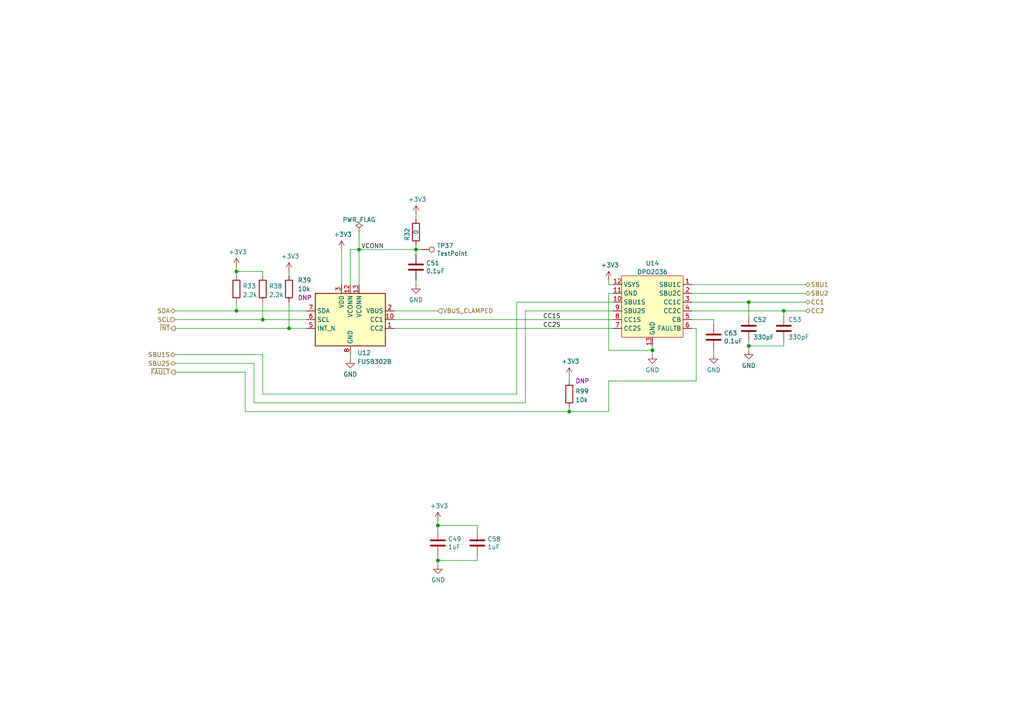
<source format=kicad_sch>
(kicad_sch (version 20230121) (generator eeschema)
  (paper "A4")
  (title_block (title "${TITLE}") (date "${DATE}") (rev "${VERSION}") (company "${COPYRIGHT}") (comment 1 "${LICENSE}"))
  (lib_symbols
    (symbol "Connector:TestPoint" (pin_numbers hide) (pin_names (offset 0.762) hide)
      (property "Reference" "TP" (at 0 6.858 0))
      (property "Value" "TestPoint" (at 0 5.08 0))
      (symbol "TestPoint_0_1"
        (circle (center 0 3.302) (radius 0.762))
      )
      (symbol "TestPoint_1_1"
        (pin passive line (at 0 0 90) (length 2.54) (name "1") (number "1"))
      )
    )
    (symbol "Device:C" (pin_numbers hide) (pin_names (offset 0.254))
      (property "Reference" "C" (at 0.635 2.54 0))
      (property "Value" "C" (at 0.635 -2.54 0))
      (symbol "C_0_1"
        (polyline (pts (xy -2.032 -0.762) (xy 2.032 -0.762)) (stroke (width 0.508)))
        (polyline (pts (xy -2.032 0.762) (xy 2.032 0.762)) (stroke (width 0.508)))
      )
      (symbol "C_1_1"
        (pin passive line (at 0 3.81 270) (length 2.794) (name "~") (number "1"))
        (pin passive line (at 0 -3.81 90) (length 2.794) (name "~") (number "2"))
      )
    )
    (symbol "Device:R" (pin_numbers hide) (pin_names (offset 0))
      (property "Reference" "R" (at 2.032 0 90))
      (property "Value" "R" (at 0 0 90))
      (symbol "R_0_1"
        (rectangle (start -1.016 -2.54) (end 1.016 2.54) (stroke (width 0.254)))
      )
      (symbol "R_1_1"
        (pin passive line (at 0 3.81 270) (length 1.27) (name "~") (number "1"))
        (pin passive line (at 0 -3.81 90) (length 1.27) (name "~") (number "2"))
      )
    )
    (symbol "Interface_USB:FUSB302BMPX"
      (property "Reference" "U" (at -10.16 8.89 0))
      (property "Value" "FUSB302BMPX" (at 3.81 8.89 0))
      (symbol "FUSB302BMPX_0_1"
        (rectangle (start -10.16 7.62) (end 10.16 -7.62) (stroke (width 0.254)) (fill (type background)))
      )
      (symbol "FUSB302BMPX_1_1"
        (pin bidirectional line (at 12.7 -2.54 180) (length 2.54) (name "CC2") (number "1"))
        (pin bidirectional line (at 12.7 0 180) (length 2.54) (name "CC1") (number "10"))
        (pin bidirectional line (at 12.7 0 180) (length 2.54) hide (name "CC1") (number "11"))
        (pin power_in line (at 0 10.16 270) (length 2.54) (name "VCONN") (number "12"))
        (pin power_in line (at 2.54 10.16 270) (length 2.54) (name "VCONN") (number "13"))
        (pin bidirectional line (at 12.7 -2.54 180) (length 2.54) hide (name "CC2") (number "14"))
        (pin passive line (at 0 -10.16 90) (length 2.54) hide (name "GND") (number "15"))
        (pin input line (at 12.7 2.54 180) (length 2.54) (name "VBUS") (number "2"))
        (pin power_in line (at -2.54 10.16 270) (length 2.54) (name "VDD") (number "3"))
        (pin passive line (at -2.54 10.16 270) (length 2.54) hide (name "VDD") (number "4"))
        (pin open_collector line (at -12.7 -2.54 0) (length 2.54) (name "INT_N") (number "5"))
        (pin input line (at -12.7 0 0) (length 2.54) (name "SCL") (number "6"))
        (pin bidirectional line (at -12.7 2.54 0) (length 2.54) (name "SDA") (number "7"))
        (pin power_in line (at 0 -10.16 90) (length 2.54) (name "GND") (number "8"))
        (pin passive line (at 0 -10.16 90) (length 2.54) hide (name "GND") (number "9"))
      )
    )
    (symbol "power:+3V3" (power) (pin_names (offset 0))
      (property "Value" "+3V3" (at 0 3.556 0))
      (symbol "+3V3_0_1"
        (polyline (pts (xy -0.762 1.27) (xy 0 2.54)))
        (polyline (pts (xy 0 0) (xy 0 2.54)))
        (polyline (pts (xy 0 2.54) (xy 0.762 1.27)))
      )
      (symbol "+3V3_1_1"
        (pin power_in line (at 0 0 90) (length 0) hide (name "+3V3") (number "1"))
      )
    )
    (symbol "power:GND" (power) (pin_names (offset 0))
      (property "Value" "GND" (at 0 -3.81 0))
      (symbol "GND_0_1"
        (polyline (pts (xy 0 0) (xy 0 -1.27) (xy 1.27 -1.27) (xy 0 -2.54) (xy -1.27 -1.27) (xy 0 -1.27)))
      )
      (symbol "GND_1_1"
        (pin power_in line (at 0 0 270) (length 0) hide (name "GND") (number "1"))
      )
    )
    (symbol "power:PWR_FLAG" (power) (pin_numbers hide) (pin_names (offset 0) hide)
      (property "Value" "PWR_FLAG" (at 0 3.81 0))
      (symbol "PWR_FLAG_0_0"
        (pin power_out line (at 0 0 90) (length 0) (name "pwr") (number "1"))
      )
      (symbol "PWR_FLAG_0_1"
        (polyline (pts (xy 0 0) (xy 0 1.27) (xy -1.016 1.905) (xy 0 2.54) (xy 1.016 1.905) (xy 0 1.27)))
      )
    )
    (symbol "usb:DPO2036"
      (property "Reference" "U" (at 0 12.7 0))
      (property "Value" "DPO2036" (at 0 10.16 0))
      (symbol "DPO2036_0_1"
        (rectangle (start -8.89 8.89) (end 8.89 -8.89) (stroke (width 0.1524)) (fill (type background)))
      )
      (symbol "DPO2036_1_1"
        (pin bidirectional line (at -11.43 6.35 0) (length 2.54) (name "SBU1C") (number "1"))
        (pin bidirectional line (at 11.43 1.27 180) (length 2.54) (name "SBU1S") (number "10"))
        (pin power_in line (at 11.43 3.81 180) (length 2.54) (name "GND") (number "11"))
        (pin power_in line (at 11.43 6.35 180) (length 2.54) (name "VSYS") (number "12"))
        (pin power_in line (at 0 -11.43 90) (length 2.54) (name "GND") (number "13"))
        (pin bidirectional line (at -11.43 3.81 0) (length 2.54) (name "SBU2C") (number "2"))
        (pin bidirectional line (at -11.43 1.27 0) (length 2.54) (name "CC1C") (number "3"))
        (pin bidirectional line (at -11.43 -1.27 0) (length 2.54) (name "CC2C") (number "4"))
        (pin passive line (at -11.43 -3.81 0) (length 2.54) (name "CB") (number "5"))
        (pin open_collector line (at -11.43 -6.35 0) (length 2.54) (name "FAULTB") (number "6"))
        (pin bidirectional line (at 11.43 -6.35 180) (length 2.54) (name "CC2S") (number "7"))
        (pin bidirectional line (at 11.43 -3.81 180) (length 2.54) (name "CC1S") (number "8"))
        (pin bidirectional line (at 11.43 -1.27 180) (length 2.54) (name "SBU2S") (number "9"))
      )
    )
  )
  (junction (at 127 152.4))
  (junction (at 217.17 100.33))
  (junction (at 120.65 72.39))
  (junction (at 76.2 92.71))
  (junction (at 127 162.56))
  (junction (at 217.17 87.63))
  (junction (at 83.82 95.25))
  (junction (at 165.1 119.38))
  (junction (at 68.58 78.74))
  (junction (at 189.23 101.6))
  (junction (at 68.58 90.17))
  (junction (at 104.14 72.39))
  (junction (at 227.33 90.17))
  (wire (pts (xy 217.17 99.06) (xy 217.17 100.33)))
  (wire (pts (xy 76.2 92.71) (xy 88.9 92.71)))
  (wire (pts (xy 99.06 72.39) (xy 99.06 82.55)))
  (wire (pts (xy 127 163.83) (xy 127 162.56)))
  (wire (pts (xy 50.8 105.41) (xy 73.66 105.41)))
  (wire (pts (xy 165.1 110.49) (xy 165.1 109.22)))
  (wire (pts (xy 127 162.56) (xy 138.43 162.56)))
  (wire (pts (xy 127 90.17) (xy 114.3 90.17)))
  (wire (pts (xy 189.23 101.6) (xy 189.23 100.33)))
  (wire (pts (xy 200.66 85.09) (xy 233.68 85.09)))
  (wire (pts (xy 83.82 87.63) (xy 83.82 95.25)))
  (wire (pts (xy 50.8 107.95) (xy 71.12 107.95)))
  (wire (pts (xy 217.17 87.63) (xy 233.68 87.63)))
  (wire (pts (xy 127 152.4) (xy 127 151.13)))
  (wire (pts (xy 152.4 116.84) (xy 73.66 116.84)))
  (wire (pts (xy 50.8 90.17) (xy 68.58 90.17)))
  (wire (pts (xy 138.43 152.4) (xy 138.43 153.67)))
  (wire (pts (xy 68.58 87.63) (xy 68.58 90.17)))
  (wire (pts (xy 176.53 85.09) (xy 176.53 101.6)))
  (wire (pts (xy 200.66 92.71) (xy 207.01 92.71)))
  (wire (pts (xy 176.53 110.49) (xy 176.53 119.38)))
  (wire (pts (xy 189.23 101.6) (xy 189.23 102.87)))
  (wire (pts (xy 68.58 77.47) (xy 68.58 78.74)))
  (wire (pts (xy 217.17 91.44) (xy 217.17 87.63)))
  (wire (pts (xy 101.6 82.55) (xy 101.6 72.39)))
  (wire (pts (xy 149.86 87.63) (xy 177.8 87.63)))
  (wire (pts (xy 200.66 90.17) (xy 227.33 90.17)))
  (wire (pts (xy 217.17 100.33) (xy 217.17 101.6)))
  (wire (pts (xy 149.86 114.3) (xy 149.86 87.63)))
  (wire (pts (xy 207.01 101.6) (xy 207.01 102.87)))
  (wire (pts (xy 200.66 95.25) (xy 201.93 95.25)))
  (wire (pts (xy 68.58 90.17) (xy 88.9 90.17)))
  (wire (pts (xy 101.6 104.14) (xy 101.6 102.87)))
  (wire (pts (xy 50.8 95.25) (xy 83.82 95.25)))
  (wire (pts (xy 177.8 85.09) (xy 176.53 85.09)))
  (wire (pts (xy 127 152.4) (xy 138.43 152.4)))
  (wire (pts (xy 68.58 78.74) (xy 76.2 78.74)))
  (wire (pts (xy 177.8 90.17) (xy 152.4 90.17)))
  (wire (pts (xy 176.53 81.28) (xy 176.53 82.55)))
  (wire (pts (xy 165.1 119.38) (xy 71.12 119.38)))
  (wire (pts (xy 101.6 72.39) (xy 104.14 72.39)))
  (wire (pts (xy 201.93 95.25) (xy 201.93 110.49)))
  (wire (pts (xy 217.17 100.33) (xy 227.33 100.33)))
  (wire (pts (xy 76.2 80.01) (xy 76.2 78.74)))
  (wire (pts (xy 104.14 82.55) (xy 104.14 72.39)))
  (wire (pts (xy 127 161.29) (xy 127 162.56)))
  (wire (pts (xy 152.4 90.17) (xy 152.4 116.84)))
  (wire (pts (xy 68.58 78.74) (xy 68.58 80.01)))
  (wire (pts (xy 227.33 100.33) (xy 227.33 99.06)))
  (wire (pts (xy 138.43 162.56) (xy 138.43 161.29)))
  (wire (pts (xy 200.66 82.55) (xy 233.68 82.55)))
  (wire (pts (xy 120.65 71.12) (xy 120.65 72.39)))
  (wire (pts (xy 227.33 90.17) (xy 233.68 90.17)))
  (wire (pts (xy 127 152.4) (xy 127 153.67)))
  (wire (pts (xy 104.14 72.39) (xy 104.14 67.31)))
  (wire (pts (xy 50.8 92.71) (xy 76.2 92.71)))
  (wire (pts (xy 176.53 82.55) (xy 177.8 82.55)))
  (wire (pts (xy 83.82 95.25) (xy 88.9 95.25)))
  (wire (pts (xy 71.12 119.38) (xy 71.12 107.95)))
  (wire (pts (xy 207.01 92.71) (xy 207.01 93.98)))
  (wire (pts (xy 76.2 114.3) (xy 76.2 102.87)))
  (wire (pts (xy 76.2 87.63) (xy 76.2 92.71)))
  (wire (pts (xy 176.53 110.49) (xy 201.93 110.49)))
  (wire (pts (xy 227.33 91.44) (xy 227.33 90.17)))
  (wire (pts (xy 73.66 116.84) (xy 73.66 105.41)))
  (wire (pts (xy 104.14 72.39) (xy 120.65 72.39)))
  (wire (pts (xy 176.53 119.38) (xy 165.1 119.38)))
  (wire (pts (xy 200.66 87.63) (xy 217.17 87.63)))
  (wire (pts (xy 114.3 95.25) (xy 177.8 95.25)))
  (wire (pts (xy 83.82 78.74) (xy 83.82 80.01)))
  (wire (pts (xy 114.3 92.71) (xy 177.8 92.71)))
  (wire (pts (xy 50.8 102.87) (xy 76.2 102.87)))
  (wire (pts (xy 121.92 72.39) (xy 120.65 72.39)))
  (wire (pts (xy 120.65 81.28) (xy 120.65 82.55)))
  (wire (pts (xy 120.65 72.39) (xy 120.65 73.66)))
  (wire (pts (xy 165.1 119.38) (xy 165.1 118.11)))
  (wire (pts (xy 76.2 114.3) (xy 149.86 114.3)))
  (wire (pts (xy 176.53 101.6) (xy 189.23 101.6)))
  (wire (pts (xy 120.65 63.5) (xy 120.65 62.23)))
  (label "VCONN" (at 104.775 72.39 0))
  (label "CC1S" (at 157.48 92.71 0))
  (label "CC2S" (at 157.48 95.25 0))
  (hierarchical_label "CC1" (shape bidirectional) (at 233.68 87.63 0))
  (hierarchical_label "CC2" (shape bidirectional) (at 233.68 90.17 0))
  (hierarchical_label "~{FAULT}" (shape output) (at 50.8 107.95 180))
  (hierarchical_label "SDA" (shape bidirectional) (at 50.8 90.17 180))
  (hierarchical_label "VBUS_CLAMPED" (shape input) (at 127 90.17 0))
  (hierarchical_label "SBU1" (shape bidirectional) (at 233.68 82.55 0))
  (hierarchical_label "SBU2" (shape bidirectional) (at 233.68 85.09 0))
  (hierarchical_label "SBU1S" (shape bidirectional) (at 50.8 102.87 180))
  (hierarchical_label "SBU2S" (shape bidirectional) (at 50.8 105.41 180))
  (hierarchical_label "~{INT}" (shape output) (at 50.8 95.25 180))
  (hierarchical_label "SCL" (shape input) (at 50.8 92.71 180))
  (symbol (lib_id "Device:C") (at 217.17 95.25 0) (unit 1)
    (property "Reference" "C52" (at 218.44 92.71 0) (effects (justify left)))
    (property "Value" "330pF" (at 218.44 97.79 0) (effects (justify left)))
    (property "Footprint" "Capacitor_SMD:C_0402_1005Metric" (effects hide))
    (property "Part Number" "CL05C331JB5NNNC" (effects hide))
    (property "Substitution" "any equivalent" (effects hide))
    (property "Description" "CAP CER 330PF 50V C0G/NP0 0402" (effects hide))
    (property "Manufacturer" "Samsung" (effects hide))
    (instances (project "cynthion" (path "" (reference "C52") (unit 1)) (path "" (reference "C54") (unit 1))))
  )
  (symbol (lib_id "power:+3V3") (at 127 151.13 0) (unit 1)
    (property "Reference" "#PWR0167" (effects hide))
    (property "Value" "+3V3" (at 127.3556 146.7358 0))
    (instances (project "cynthion" (path "" (reference "#PWR0167") (unit 1)) (path "" (reference "#PWR0164") (unit 1))))
  )
  (symbol (lib_id "Interface_USB:FUSB302BMPX") (at 101.6 92.71 0) (unit 1)
    (property "Reference" "U12" (at 103.6194 102.3604 0) (effects (justify left)))
    (property "Value" "FUSB302B" (at 103.6194 104.8973 0) (effects (justify left)))
    (property "Footprint" "Package_DFN_QFN:WQFN-14-1EP_2.5x2.5mm_P0.5mm_EP1.45x1.45mm" (effects hide))
    (property "Datasheet" "http://www.onsemi.com/pub/Collateral/FUSB302B-D.PDF" (effects hide))
    (property "Manufacturer" "onsemi" (effects hide))
    (property "Part Number" "FUSB302BMPX" (effects hide))
    (property "Description" "IC USB TYPE C CTLR PROGR 14-MLP" (effects hide))
    (property "Substitution" "FUSB302BVMPX" (effects hide))
    (instances (project "cynthion" (path "" (reference "U12") (unit 1)) (path "" (reference "U2") (unit 1))))
  )
  (symbol (lib_id "power:PWR_FLAG") (at 104.14 67.31 0) (unit 1)
    (property "Reference" "#FLG03" (effects hide))
    (property "Value" "PWR_FLAG" (at 104.14 63.7342 0))
    (instances (project "cynthion" (path "" (reference "#FLG03") (unit 1)) (path "" (reference "#FLG02") (unit 1))))
  )
  (symbol (lib_id "power:GND") (at 189.23 102.87 0) (mirror y) (unit 1)
    (property "Reference" "#PWR0161" (effects hide))
    (property "Value" "GND" (at 189.23 107.3134 0))
    (instances (project "cynthion" (path "" (reference "#PWR0161") (unit 1)) (path "" (reference "#PWR0135") (unit 1))))
  )
  (symbol (lib_id "usb:DPO2036") (at 189.23 88.9 0) (mirror y) (unit 1)
    (property "Reference" "U14" (at 189.23 76.361 0))
    (property "Value" "DPO2036" (at 189.23 78.8979 0))
    (property "Footprint" "cynthion:Diodes_UQFN2020-12_Type-B" (effects hide))
    (property "Datasheet" "https://www.diodes.com/assets/Datasheets/DPO2036.pdf" (effects hide))
    (property "Description" "DATALINE OVER VOLTAGE PROTECTION" (effects hide))
    (property "Manufacturer" "Diodes Inc." (effects hide))
    (property "Part Number" "DPO2036DBB-7" (effects hide))
    (instances (project "cynthion" (path "" (reference "U14") (unit 1)) (path "" (reference "U13") (unit 1))))
  )
  (symbol (lib_id "power:GND") (at 101.6 104.14 0) (mirror y) (unit 1)
    (property "Reference" "#PWR0165" (effects hide))
    (property "Value" "GND" (at 101.6 108.5834 0))
    (instances (project "cynthion" (path "" (reference "#PWR0165") (unit 1)) (path "" (reference "#PWR0157") (unit 1))))
  )
  (symbol (lib_id "power:+3V3") (at 68.58 77.47 0) (unit 1)
    (property "Reference" "#PWR095" (effects hide))
    (property "Value" "+3V3" (at 68.9356 73.0758 0))
    (instances (project "cynthion" (path "" (reference "#PWR095") (unit 1)) (path "" (reference "#PWR020") (unit 1))))
  )
  (symbol (lib_id "Device:R") (at 165.1 114.3 0) (unit 1)
    (property "Reference" "R99" (at 166.878 113.4653 0) (effects (justify left)))
    (property "Value" "10k" (at 166.878 116.0022 0) (effects (justify left)))
    (property "Footprint" "Resistor_SMD:R_0402_1005Metric" (effects hide))
    (property "Part Number" "RC0402JR-0710KL" (effects hide))
    (property "Substitution" "any equivalent" (effects hide))
    (property "Description" "RES 10K OHM 5% 1/16W 0402" (effects hide))
    (property "Manufacturer" "Yageo" (effects hide))
    (property "DNP" "DNP" (at 168.91 110.49 0))
    (instances (project "cynthion" (path "" (reference "R99") (unit 1)) (path "" (reference "R100") (unit 1))))
  )
  (symbol (lib_id "power:+3V3") (at 99.06 72.39 0) (unit 1)
    (property "Reference" "#PWR090" (effects hide))
    (property "Value" "+3V3" (at 99.4156 67.9958 0))
    (instances (project "cynthion" (path "" (reference "#PWR090") (unit 1)) (path "" (reference "#PWR019") (unit 1))))
  )
  (symbol (lib_id "Connector:TestPoint") (at 121.92 72.39 270) (unit 1) (in_bom no)
    (property "Reference" "TP37" (at 126.6698 71.247 90) (effects (justify left)))
    (property "Value" "TestPoint" (at 126.6698 73.533 90) (effects (justify left)))
    (property "Footprint" "TestPoint:TestPoint_Pad_D1.0mm" (effects hide))
    (instances (project "cynthion" (path "" (reference "TP37") (unit 1)) (path "" (reference "TP36") (unit 1))))
  )
  (symbol (lib_id "Device:C") (at 120.65 77.47 0) (unit 1)
    (property "Reference" "C51" (at 123.571 76.327 0) (effects (justify left)))
    (property "Value" "0.1uF" (at 123.571 78.613 0) (effects (justify left)))
    (property "Footprint" "Capacitor_SMD:C_0402_1005Metric" (effects hide))
    (property "Part Number" "CL05A104KA5NNNC" (effects hide))
    (property "Substitution" "any equivalent" (effects hide))
    (property "Description" "CAP CER 0.1UF 25V X5R 0402" (effects hide))
    (property "Manufacturer" "Samsung" (effects hide))
    (instances (project "cynthion" (path "" (reference "C51") (unit 1)) (path "" (reference "C45") (unit 1))))
  )
  (symbol (lib_id "power:GND") (at 207.01 102.87 0) (mirror y) (unit 1)
    (property "Reference" "#PWR0162" (effects hide))
    (property "Value" "GND" (at 207.01 107.3134 0))
    (instances (project "cynthion" (path "" (reference "#PWR0162") (unit 1)) (path "" (reference "#PWR0155") (unit 1))))
  )
  (symbol (lib_id "Device:R") (at 68.58 83.82 0) (mirror y) (unit 1)
    (property "Reference" "R33" (at 70.358 82.9853 0) (effects (justify right)))
    (property "Value" "2.2k" (at 70.358 85.5222 0) (effects (justify right)))
    (property "Footprint" "Resistor_SMD:R_0402_1005Metric" (effects hide))
    (property "Part Number" "RC0402JR-072K2L" (effects hide))
    (property "Substitution" "any equivalent" (effects hide))
    (property "Description" "RES 2.2K OHM 5% 1/16W 0402" (effects hide))
    (property "Manufacturer" "Yageo" (effects hide))
    (instances (project "cynthion" (path "" (reference "R33") (unit 1)) (path "" (reference "R97") (unit 1))))
  )
  (symbol (lib_id "power:+3V3") (at 120.65 62.23 0) (unit 1)
    (property "Reference" "#PWR06" (effects hide))
    (property "Value" "+3V3" (at 121.0056 57.8358 0))
    (instances (project "cynthion" (path "" (reference "#PWR06") (unit 1)) (path "" (reference "#PWR017") (unit 1))))
  )
  (symbol (lib_id "Device:C") (at 138.43 157.48 0) (unit 1)
    (property "Reference" "C58" (at 141.351 156.337 0) (effects (justify left)))
    (property "Value" "1uF" (at 141.351 158.623 0) (effects (justify left)))
    (property "Footprint" "Capacitor_SMD:C_0402_1005Metric" (effects hide))
    (property "Part Number" "CL05A105MQ5NNNC" (effects hide))
    (property "Substitution" "CL05A105KQ5NNNC, CL05A105KP5NNNC, CL05A105KO5NNNC" (effects hide))
    (property "Description" "CAP CER 1UF 6.3V X5R 0402 20%" (effects hide))
    (property "Manufacturer" "Samsung" (effects hide))
    (instances (project "cynthion" (path "" (reference "C58") (unit 1)) (path "" (reference "C56") (unit 1))))
  )
  (symbol (lib_id "power:+3V3") (at 83.82 78.74 0) (unit 1)
    (property "Reference" "#PWR0124" (effects hide))
    (property "Value" "+3V3" (at 84.1756 74.3458 0))
    (instances (project "cynthion" (path "" (reference "#PWR0124") (unit 1)) (path "" (reference "#PWR021") (unit 1))))
  )
  (symbol (lib_id "Device:C") (at 207.01 97.79 0) (unit 1)
    (property "Reference" "C63" (at 209.931 96.647 0) (effects (justify left)))
    (property "Value" "0.1uF" (at 209.931 98.933 0) (effects (justify left)))
    (property "Footprint" "Capacitor_SMD:C_0402_1005Metric" (effects hide))
    (property "Part Number" "CL05A104KA5NNNC" (effects hide))
    (property "Substitution" "any equivalent" (effects hide))
    (property "Description" "CAP CER 0.1UF 25V X5R 0402" (effects hide))
    (property "Manufacturer" "Samsung" (effects hide))
    (instances (project "cynthion" (path "" (reference "C63") (unit 1)) (path "" (reference "C57") (unit 1))))
  )
  (symbol (lib_id "power:GND") (at 127 163.83 0) (unit 1)
    (property "Reference" "#PWR0253" (effects hide))
    (property "Value" "GND" (at 127.1016 168.1988 0))
    (instances (project "cynthion" (path "" (reference "#PWR0253") (unit 1)) (path "" (reference "#PWR0169") (unit 1))))
  )
  (symbol (lib_id "power:+3V3") (at 176.53 81.28 0) (unit 1)
    (property "Reference" "#PWR0158" (effects hide))
    (property "Value" "+3V3" (at 176.8856 76.8858 0))
    (instances (project "cynthion" (path "" (reference "#PWR0158") (unit 1)) (path "" (reference "#PWR072") (unit 1))))
  )
  (symbol (lib_id "Device:R") (at 83.82 83.82 0) (unit 1)
    (property "Reference" "R39" (at 86.36 81.28 0) (effects (justify left)))
    (property "Value" "10k" (at 86.36 83.82 0) (effects (justify left)))
    (property "Footprint" "Resistor_SMD:R_0402_1005Metric" (effects hide))
    (property "Part Number" "RC0402JR-0710KL" (effects hide))
    (property "Substitution" "any equivalent" (effects hide))
    (property "Description" "RES 10K OHM 5% 1/16W 0402" (effects hide))
    (property "Manufacturer" "Yageo" (effects hide))
    (property "DNP" "DNP" (at 86.36 86.36 0) (effects (justify left)))
    (instances (project "cynthion" (path "" (reference "R39") (unit 1)) (path "" (reference "R37") (unit 1))))
  )
  (symbol (lib_id "power:GND") (at 120.65 82.55 0) (mirror y) (unit 1)
    (property "Reference" "#PWR0159" (effects hide))
    (property "Value" "GND" (at 120.65 86.9934 0))
    (instances (project "cynthion" (path "" (reference "#PWR0159") (unit 1)) (path "" (reference "#PWR073") (unit 1))))
  )
  (symbol (lib_id "power:+3V3") (at 165.1 109.22 0) (unit 1)
    (property "Reference" "#PWR0166" (effects hide))
    (property "Value" "+3V3" (at 165.4556 104.8258 0))
    (instances (project "cynthion" (path "" (reference "#PWR0166") (unit 1)) (path "" (reference "#PWR0163") (unit 1))))
  )
  (symbol (lib_id "Device:R") (at 120.65 67.31 180) (unit 1)
    (property "Reference" "R32" (at 118.11 66.04 90) (effects (justify left)))
    (property "Value" "0" (at 120.65 67.31 90))
    (property "Footprint" "Resistor_SMD:R_0402_1005Metric" (effects hide))
    (property "Part Number" "RC0402FR-070RL" (effects hide))
    (property "Substitution" "any equivalent" (effects hide))
    (property "Description" "RES 0 OHM JUMPER 1/16W 0402" (effects hide))
    (property "Manufacturer" "Yageo" (effects hide))
    (instances (project "cynthion" (path "" (reference "R32") (unit 1)) (path "" (reference "R36") (unit 1))))
  )
  (symbol (lib_id "Device:R") (at 76.2 83.82 0) (mirror y) (unit 1)
    (property "Reference" "R38" (at 77.978 82.9853 0) (effects (justify right)))
    (property "Value" "2.2k" (at 77.978 85.5222 0) (effects (justify right)))
    (property "Footprint" "Resistor_SMD:R_0402_1005Metric" (effects hide))
    (property "Part Number" "RC0402JR-072K2L" (effects hide))
    (property "Substitution" "any equivalent" (effects hide))
    (property "Description" "RES 2.2K OHM 5% 1/16W 0402" (effects hide))
    (property "Manufacturer" "Yageo" (effects hide))
    (instances (project "cynthion" (path "" (reference "R38") (unit 1)) (path "" (reference "R98") (unit 1))))
  )
  (symbol (lib_id "Device:C") (at 127 157.48 0) (unit 1)
    (property "Reference" "C49" (at 129.921 156.337 0) (effects (justify left)))
    (property "Value" "1uF" (at 129.921 158.623 0) (effects (justify left)))
    (property "Footprint" "Capacitor_SMD:C_0402_1005Metric" (effects hide))
    (property "Part Number" "CL05A105MQ5NNNC" (effects hide))
    (property "Substitution" "CL05A105KQ5NNNC, CL05A105KP5NNNC, CL05A105KO5NNNC" (effects hide))
    (property "Description" "CAP CER 1UF 6.3V X5R 0402 20%" (effects hide))
    (property "Manufacturer" "Samsung" (effects hide))
    (instances (project "cynthion" (path "" (reference "C49") (unit 1)) (path "" (reference "C41") (unit 1))))
  )
  (symbol (lib_id "power:GND") (at 217.17 101.6 0) (mirror y) (unit 1)
    (property "Reference" "#PWR0160" (effects hide))
    (property "Value" "GND" (at 217.17 106.0434 0))
    (instances (project "cynthion" (path "" (reference "#PWR0160") (unit 1)) (path "" (reference "#PWR084") (unit 1))))
  )
  (symbol (lib_id "Device:C") (at 227.33 95.25 0) (unit 1)
    (property "Reference" "C53" (at 228.6 92.71 0) (effects (justify left)))
    (property "Value" "330pF" (at 228.6 97.79 0) (effects (justify left)))
    (property "Footprint" "Capacitor_SMD:C_0402_1005Metric" (effects hide))
    (property "Part Number" "CL05C331JB5NNNC" (effects hide))
    (property "Substitution" "any equivalent" (effects hide))
    (property "Description" "CAP CER 330PF 50V C0G/NP0 0402" (effects hide))
    (property "Manufacturer" "Samsung" (effects hide))
    (instances (project "cynthion" (path "" (reference "C53") (unit 1)) (path "" (reference "C55") (unit 1))))
  )
)
</source>
